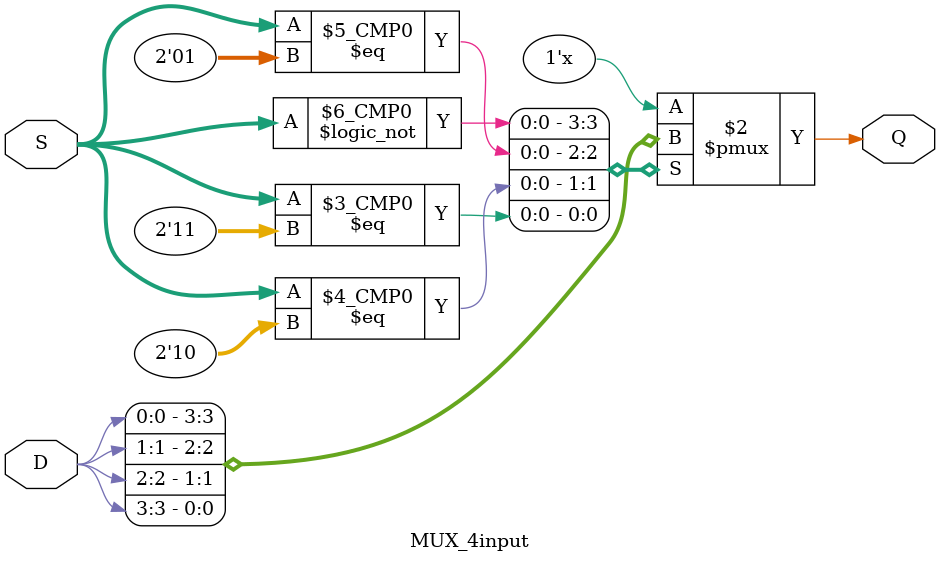
<source format=v>
`timescale 1ns / 1ps
module MUX_4input(
  input wire[1:0] S,
  input wire[3:0] D,
  output reg Q );

  always@(*) begin
    case(S)
	  2'b 00:  Q <= D[0];
		2'b 01:  Q <= D[1];
		2'b 10:  Q <= D[2];
		2'b 11:  Q <= D[3];
		default: Q <= D[0];
    endcase
  end

endmodule

</source>
